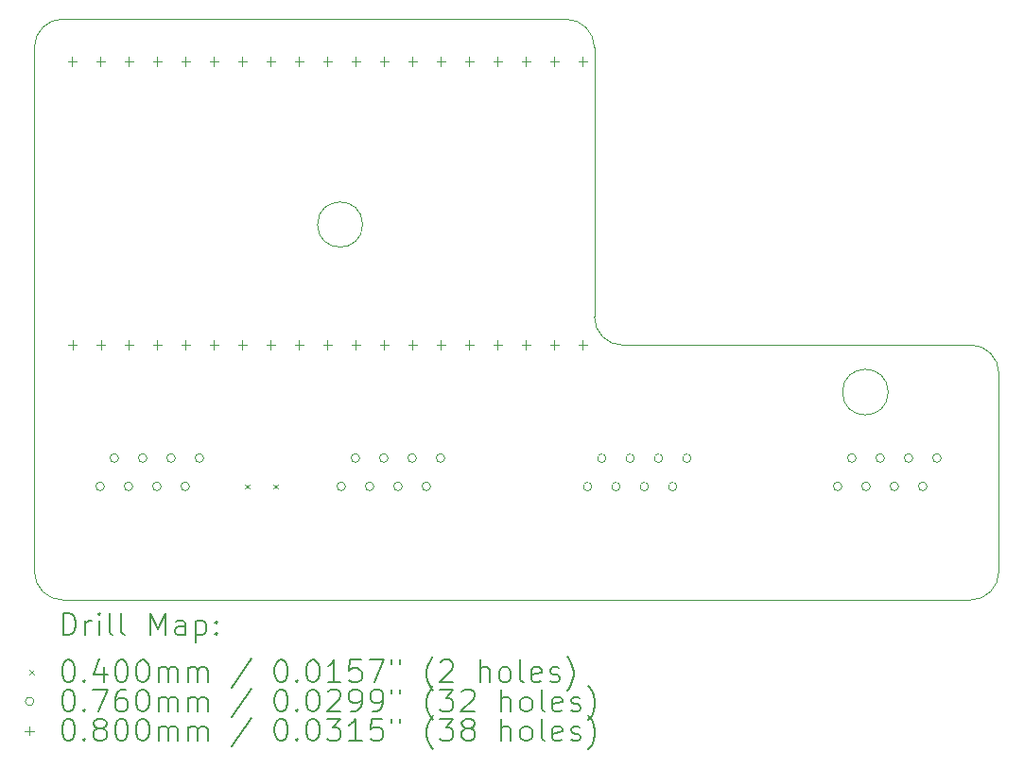
<source format=gbr>
%TF.GenerationSoftware,KiCad,Pcbnew,7.0.9*%
%TF.CreationDate,2023-12-13T16:36:29-05:00*%
%TF.ProjectId,Esp Controller,45737020-436f-46e7-9472-6f6c6c65722e,rev?*%
%TF.SameCoordinates,Original*%
%TF.FileFunction,Drillmap*%
%TF.FilePolarity,Positive*%
%FSLAX45Y45*%
G04 Gerber Fmt 4.5, Leading zero omitted, Abs format (unit mm)*
G04 Created by KiCad (PCBNEW 7.0.9) date 2023-12-13 16:36:29*
%MOMM*%
%LPD*%
G01*
G04 APERTURE LIST*
%ADD10C,0.100000*%
%ADD11C,0.200000*%
G04 APERTURE END LIST*
D10*
X17653000Y-10160000D02*
X9525000Y-10160000D01*
X17907000Y-8128000D02*
G75*
G03*
X17653000Y-7874000I-254000J0D01*
G01*
X16915553Y-8297000D02*
G75*
G03*
X16915553Y-8297000I-204553J0D01*
G01*
X14284605Y-5208395D02*
X14284605Y-7621395D01*
X12210040Y-6795000D02*
G75*
G03*
X12210040Y-6795000I-202040J0D01*
G01*
X9525000Y-4953000D02*
G75*
G03*
X9271000Y-5207000I0J-254000D01*
G01*
X14284605Y-5208395D02*
G75*
G03*
X14030605Y-4954395I-253995J5D01*
G01*
X14284605Y-7621395D02*
G75*
G03*
X14538605Y-7875395I253995J-5D01*
G01*
X9525000Y-4953000D02*
X14030605Y-4954395D01*
X9271000Y-5207000D02*
X9271000Y-9906000D01*
X17907000Y-9906000D02*
X17907000Y-8128000D01*
X17653000Y-10160000D02*
G75*
G03*
X17907000Y-9906000I0J254000D01*
G01*
X14538605Y-7875395D02*
X17653000Y-7874000D01*
X9271000Y-9906000D02*
G75*
G03*
X9525000Y-10160000I254000J0D01*
G01*
D11*
D10*
X11156000Y-9124000D02*
X11196000Y-9164000D01*
X11196000Y-9124000D02*
X11156000Y-9164000D01*
X11410000Y-9124000D02*
X11450000Y-9164000D01*
X11450000Y-9124000D02*
X11410000Y-9164000D01*
X9896750Y-9142000D02*
G75*
G03*
X9896750Y-9142000I-38000J0D01*
G01*
X10023750Y-8888000D02*
G75*
G03*
X10023750Y-8888000I-38000J0D01*
G01*
X10150750Y-9142000D02*
G75*
G03*
X10150750Y-9142000I-38000J0D01*
G01*
X10277750Y-8888000D02*
G75*
G03*
X10277750Y-8888000I-38000J0D01*
G01*
X10404750Y-9142000D02*
G75*
G03*
X10404750Y-9142000I-38000J0D01*
G01*
X10531750Y-8888000D02*
G75*
G03*
X10531750Y-8888000I-38000J0D01*
G01*
X10658750Y-9142000D02*
G75*
G03*
X10658750Y-9142000I-38000J0D01*
G01*
X10785750Y-8888000D02*
G75*
G03*
X10785750Y-8888000I-38000J0D01*
G01*
X12055750Y-9142000D02*
G75*
G03*
X12055750Y-9142000I-38000J0D01*
G01*
X12182750Y-8888000D02*
G75*
G03*
X12182750Y-8888000I-38000J0D01*
G01*
X12309750Y-9142000D02*
G75*
G03*
X12309750Y-9142000I-38000J0D01*
G01*
X12436750Y-8888000D02*
G75*
G03*
X12436750Y-8888000I-38000J0D01*
G01*
X12563750Y-9142000D02*
G75*
G03*
X12563750Y-9142000I-38000J0D01*
G01*
X12690750Y-8888000D02*
G75*
G03*
X12690750Y-8888000I-38000J0D01*
G01*
X12817750Y-9142000D02*
G75*
G03*
X12817750Y-9142000I-38000J0D01*
G01*
X12944750Y-8888000D02*
G75*
G03*
X12944750Y-8888000I-38000J0D01*
G01*
X14262000Y-9144000D02*
G75*
G03*
X14262000Y-9144000I-38000J0D01*
G01*
X14389000Y-8890000D02*
G75*
G03*
X14389000Y-8890000I-38000J0D01*
G01*
X14516000Y-9144000D02*
G75*
G03*
X14516000Y-9144000I-38000J0D01*
G01*
X14643000Y-8890000D02*
G75*
G03*
X14643000Y-8890000I-38000J0D01*
G01*
X14770000Y-9144000D02*
G75*
G03*
X14770000Y-9144000I-38000J0D01*
G01*
X14897000Y-8890000D02*
G75*
G03*
X14897000Y-8890000I-38000J0D01*
G01*
X15024000Y-9144000D02*
G75*
G03*
X15024000Y-9144000I-38000J0D01*
G01*
X15151000Y-8890000D02*
G75*
G03*
X15151000Y-8890000I-38000J0D01*
G01*
X16500750Y-9142000D02*
G75*
G03*
X16500750Y-9142000I-38000J0D01*
G01*
X16627750Y-8888000D02*
G75*
G03*
X16627750Y-8888000I-38000J0D01*
G01*
X16754750Y-9142000D02*
G75*
G03*
X16754750Y-9142000I-38000J0D01*
G01*
X16881750Y-8888000D02*
G75*
G03*
X16881750Y-8888000I-38000J0D01*
G01*
X17008750Y-9142000D02*
G75*
G03*
X17008750Y-9142000I-38000J0D01*
G01*
X17135750Y-8888000D02*
G75*
G03*
X17135750Y-8888000I-38000J0D01*
G01*
X17262750Y-9142000D02*
G75*
G03*
X17262750Y-9142000I-38000J0D01*
G01*
X17389750Y-8888000D02*
G75*
G03*
X17389750Y-8888000I-38000J0D01*
G01*
X9610344Y-5294000D02*
X9610344Y-5374000D01*
X9570344Y-5334000D02*
X9650344Y-5334000D01*
X9610616Y-7833632D02*
X9610616Y-7913632D01*
X9570616Y-7873632D02*
X9650616Y-7873632D01*
X9864344Y-5294000D02*
X9864344Y-5374000D01*
X9824344Y-5334000D02*
X9904344Y-5334000D01*
X9864616Y-7833632D02*
X9864616Y-7913632D01*
X9824616Y-7873632D02*
X9904616Y-7873632D01*
X10118344Y-5294000D02*
X10118344Y-5374000D01*
X10078344Y-5334000D02*
X10158344Y-5334000D01*
X10118344Y-7834000D02*
X10118344Y-7914000D01*
X10078344Y-7874000D02*
X10158344Y-7874000D01*
X10372344Y-5294000D02*
X10372344Y-5374000D01*
X10332344Y-5334000D02*
X10412344Y-5334000D01*
X10372344Y-7834000D02*
X10372344Y-7914000D01*
X10332344Y-7874000D02*
X10412344Y-7874000D01*
X10626344Y-5294000D02*
X10626344Y-5374000D01*
X10586344Y-5334000D02*
X10666344Y-5334000D01*
X10626344Y-7834000D02*
X10626344Y-7914000D01*
X10586344Y-7874000D02*
X10666344Y-7874000D01*
X10880344Y-5294000D02*
X10880344Y-5374000D01*
X10840344Y-5334000D02*
X10920344Y-5334000D01*
X10880344Y-7834000D02*
X10880344Y-7914000D01*
X10840344Y-7874000D02*
X10920344Y-7874000D01*
X11134344Y-5294000D02*
X11134344Y-5374000D01*
X11094344Y-5334000D02*
X11174344Y-5334000D01*
X11134344Y-7834000D02*
X11134344Y-7914000D01*
X11094344Y-7874000D02*
X11174344Y-7874000D01*
X11388344Y-5294000D02*
X11388344Y-5374000D01*
X11348344Y-5334000D02*
X11428344Y-5334000D01*
X11388344Y-7834000D02*
X11388344Y-7914000D01*
X11348344Y-7874000D02*
X11428344Y-7874000D01*
X11642344Y-5294000D02*
X11642344Y-5374000D01*
X11602344Y-5334000D02*
X11682344Y-5334000D01*
X11642344Y-7834000D02*
X11642344Y-7914000D01*
X11602344Y-7874000D02*
X11682344Y-7874000D01*
X11896344Y-5294000D02*
X11896344Y-5374000D01*
X11856344Y-5334000D02*
X11936344Y-5334000D01*
X11896344Y-7834000D02*
X11896344Y-7914000D01*
X11856344Y-7874000D02*
X11936344Y-7874000D01*
X12150344Y-5294000D02*
X12150344Y-5374000D01*
X12110344Y-5334000D02*
X12190344Y-5334000D01*
X12150344Y-7834000D02*
X12150344Y-7914000D01*
X12110344Y-7874000D02*
X12190344Y-7874000D01*
X12404344Y-5294000D02*
X12404344Y-5374000D01*
X12364344Y-5334000D02*
X12444344Y-5334000D01*
X12404344Y-7834000D02*
X12404344Y-7914000D01*
X12364344Y-7874000D02*
X12444344Y-7874000D01*
X12658344Y-5294000D02*
X12658344Y-5374000D01*
X12618344Y-5334000D02*
X12698344Y-5334000D01*
X12658344Y-7834000D02*
X12658344Y-7914000D01*
X12618344Y-7874000D02*
X12698344Y-7874000D01*
X12912344Y-5294000D02*
X12912344Y-5374000D01*
X12872344Y-5334000D02*
X12952344Y-5334000D01*
X12912344Y-7834000D02*
X12912344Y-7914000D01*
X12872344Y-7874000D02*
X12952344Y-7874000D01*
X13166344Y-5294000D02*
X13166344Y-5374000D01*
X13126344Y-5334000D02*
X13206344Y-5334000D01*
X13166344Y-7834000D02*
X13166344Y-7914000D01*
X13126344Y-7874000D02*
X13206344Y-7874000D01*
X13420344Y-5294000D02*
X13420344Y-5374000D01*
X13380344Y-5334000D02*
X13460344Y-5334000D01*
X13420344Y-7834000D02*
X13420344Y-7914000D01*
X13380344Y-7874000D02*
X13460344Y-7874000D01*
X13674344Y-5294000D02*
X13674344Y-5374000D01*
X13634344Y-5334000D02*
X13714344Y-5334000D01*
X13674344Y-7834000D02*
X13674344Y-7914000D01*
X13634344Y-7874000D02*
X13714344Y-7874000D01*
X13928344Y-5294000D02*
X13928344Y-5374000D01*
X13888344Y-5334000D02*
X13968344Y-5334000D01*
X13928344Y-7834000D02*
X13928344Y-7914000D01*
X13888344Y-7874000D02*
X13968344Y-7874000D01*
X14182344Y-5294000D02*
X14182344Y-5374000D01*
X14142344Y-5334000D02*
X14222344Y-5334000D01*
X14182344Y-7834000D02*
X14182344Y-7914000D01*
X14142344Y-7874000D02*
X14222344Y-7874000D01*
D11*
X9526777Y-10476484D02*
X9526777Y-10276484D01*
X9526777Y-10276484D02*
X9574396Y-10276484D01*
X9574396Y-10276484D02*
X9602967Y-10286008D01*
X9602967Y-10286008D02*
X9622015Y-10305055D01*
X9622015Y-10305055D02*
X9631539Y-10324103D01*
X9631539Y-10324103D02*
X9641063Y-10362198D01*
X9641063Y-10362198D02*
X9641063Y-10390770D01*
X9641063Y-10390770D02*
X9631539Y-10428865D01*
X9631539Y-10428865D02*
X9622015Y-10447912D01*
X9622015Y-10447912D02*
X9602967Y-10466960D01*
X9602967Y-10466960D02*
X9574396Y-10476484D01*
X9574396Y-10476484D02*
X9526777Y-10476484D01*
X9726777Y-10476484D02*
X9726777Y-10343150D01*
X9726777Y-10381246D02*
X9736301Y-10362198D01*
X9736301Y-10362198D02*
X9745824Y-10352674D01*
X9745824Y-10352674D02*
X9764872Y-10343150D01*
X9764872Y-10343150D02*
X9783920Y-10343150D01*
X9850586Y-10476484D02*
X9850586Y-10343150D01*
X9850586Y-10276484D02*
X9841063Y-10286008D01*
X9841063Y-10286008D02*
X9850586Y-10295531D01*
X9850586Y-10295531D02*
X9860110Y-10286008D01*
X9860110Y-10286008D02*
X9850586Y-10276484D01*
X9850586Y-10276484D02*
X9850586Y-10295531D01*
X9974396Y-10476484D02*
X9955348Y-10466960D01*
X9955348Y-10466960D02*
X9945824Y-10447912D01*
X9945824Y-10447912D02*
X9945824Y-10276484D01*
X10079158Y-10476484D02*
X10060110Y-10466960D01*
X10060110Y-10466960D02*
X10050586Y-10447912D01*
X10050586Y-10447912D02*
X10050586Y-10276484D01*
X10307729Y-10476484D02*
X10307729Y-10276484D01*
X10307729Y-10276484D02*
X10374396Y-10419341D01*
X10374396Y-10419341D02*
X10441063Y-10276484D01*
X10441063Y-10276484D02*
X10441063Y-10476484D01*
X10622015Y-10476484D02*
X10622015Y-10371722D01*
X10622015Y-10371722D02*
X10612491Y-10352674D01*
X10612491Y-10352674D02*
X10593444Y-10343150D01*
X10593444Y-10343150D02*
X10555348Y-10343150D01*
X10555348Y-10343150D02*
X10536301Y-10352674D01*
X10622015Y-10466960D02*
X10602967Y-10476484D01*
X10602967Y-10476484D02*
X10555348Y-10476484D01*
X10555348Y-10476484D02*
X10536301Y-10466960D01*
X10536301Y-10466960D02*
X10526777Y-10447912D01*
X10526777Y-10447912D02*
X10526777Y-10428865D01*
X10526777Y-10428865D02*
X10536301Y-10409817D01*
X10536301Y-10409817D02*
X10555348Y-10400293D01*
X10555348Y-10400293D02*
X10602967Y-10400293D01*
X10602967Y-10400293D02*
X10622015Y-10390770D01*
X10717253Y-10343150D02*
X10717253Y-10543150D01*
X10717253Y-10352674D02*
X10736301Y-10343150D01*
X10736301Y-10343150D02*
X10774396Y-10343150D01*
X10774396Y-10343150D02*
X10793444Y-10352674D01*
X10793444Y-10352674D02*
X10802967Y-10362198D01*
X10802967Y-10362198D02*
X10812491Y-10381246D01*
X10812491Y-10381246D02*
X10812491Y-10438389D01*
X10812491Y-10438389D02*
X10802967Y-10457436D01*
X10802967Y-10457436D02*
X10793444Y-10466960D01*
X10793444Y-10466960D02*
X10774396Y-10476484D01*
X10774396Y-10476484D02*
X10736301Y-10476484D01*
X10736301Y-10476484D02*
X10717253Y-10466960D01*
X10898205Y-10457436D02*
X10907729Y-10466960D01*
X10907729Y-10466960D02*
X10898205Y-10476484D01*
X10898205Y-10476484D02*
X10888682Y-10466960D01*
X10888682Y-10466960D02*
X10898205Y-10457436D01*
X10898205Y-10457436D02*
X10898205Y-10476484D01*
X10898205Y-10352674D02*
X10907729Y-10362198D01*
X10907729Y-10362198D02*
X10898205Y-10371722D01*
X10898205Y-10371722D02*
X10888682Y-10362198D01*
X10888682Y-10362198D02*
X10898205Y-10352674D01*
X10898205Y-10352674D02*
X10898205Y-10371722D01*
D10*
X9226000Y-10785000D02*
X9266000Y-10825000D01*
X9266000Y-10785000D02*
X9226000Y-10825000D01*
D11*
X9564872Y-10696484D02*
X9583920Y-10696484D01*
X9583920Y-10696484D02*
X9602967Y-10706008D01*
X9602967Y-10706008D02*
X9612491Y-10715531D01*
X9612491Y-10715531D02*
X9622015Y-10734579D01*
X9622015Y-10734579D02*
X9631539Y-10772674D01*
X9631539Y-10772674D02*
X9631539Y-10820293D01*
X9631539Y-10820293D02*
X9622015Y-10858389D01*
X9622015Y-10858389D02*
X9612491Y-10877436D01*
X9612491Y-10877436D02*
X9602967Y-10886960D01*
X9602967Y-10886960D02*
X9583920Y-10896484D01*
X9583920Y-10896484D02*
X9564872Y-10896484D01*
X9564872Y-10896484D02*
X9545824Y-10886960D01*
X9545824Y-10886960D02*
X9536301Y-10877436D01*
X9536301Y-10877436D02*
X9526777Y-10858389D01*
X9526777Y-10858389D02*
X9517253Y-10820293D01*
X9517253Y-10820293D02*
X9517253Y-10772674D01*
X9517253Y-10772674D02*
X9526777Y-10734579D01*
X9526777Y-10734579D02*
X9536301Y-10715531D01*
X9536301Y-10715531D02*
X9545824Y-10706008D01*
X9545824Y-10706008D02*
X9564872Y-10696484D01*
X9717253Y-10877436D02*
X9726777Y-10886960D01*
X9726777Y-10886960D02*
X9717253Y-10896484D01*
X9717253Y-10896484D02*
X9707729Y-10886960D01*
X9707729Y-10886960D02*
X9717253Y-10877436D01*
X9717253Y-10877436D02*
X9717253Y-10896484D01*
X9898205Y-10763150D02*
X9898205Y-10896484D01*
X9850586Y-10686960D02*
X9802967Y-10829817D01*
X9802967Y-10829817D02*
X9926777Y-10829817D01*
X10041063Y-10696484D02*
X10060110Y-10696484D01*
X10060110Y-10696484D02*
X10079158Y-10706008D01*
X10079158Y-10706008D02*
X10088682Y-10715531D01*
X10088682Y-10715531D02*
X10098205Y-10734579D01*
X10098205Y-10734579D02*
X10107729Y-10772674D01*
X10107729Y-10772674D02*
X10107729Y-10820293D01*
X10107729Y-10820293D02*
X10098205Y-10858389D01*
X10098205Y-10858389D02*
X10088682Y-10877436D01*
X10088682Y-10877436D02*
X10079158Y-10886960D01*
X10079158Y-10886960D02*
X10060110Y-10896484D01*
X10060110Y-10896484D02*
X10041063Y-10896484D01*
X10041063Y-10896484D02*
X10022015Y-10886960D01*
X10022015Y-10886960D02*
X10012491Y-10877436D01*
X10012491Y-10877436D02*
X10002967Y-10858389D01*
X10002967Y-10858389D02*
X9993444Y-10820293D01*
X9993444Y-10820293D02*
X9993444Y-10772674D01*
X9993444Y-10772674D02*
X10002967Y-10734579D01*
X10002967Y-10734579D02*
X10012491Y-10715531D01*
X10012491Y-10715531D02*
X10022015Y-10706008D01*
X10022015Y-10706008D02*
X10041063Y-10696484D01*
X10231539Y-10696484D02*
X10250586Y-10696484D01*
X10250586Y-10696484D02*
X10269634Y-10706008D01*
X10269634Y-10706008D02*
X10279158Y-10715531D01*
X10279158Y-10715531D02*
X10288682Y-10734579D01*
X10288682Y-10734579D02*
X10298205Y-10772674D01*
X10298205Y-10772674D02*
X10298205Y-10820293D01*
X10298205Y-10820293D02*
X10288682Y-10858389D01*
X10288682Y-10858389D02*
X10279158Y-10877436D01*
X10279158Y-10877436D02*
X10269634Y-10886960D01*
X10269634Y-10886960D02*
X10250586Y-10896484D01*
X10250586Y-10896484D02*
X10231539Y-10896484D01*
X10231539Y-10896484D02*
X10212491Y-10886960D01*
X10212491Y-10886960D02*
X10202967Y-10877436D01*
X10202967Y-10877436D02*
X10193444Y-10858389D01*
X10193444Y-10858389D02*
X10183920Y-10820293D01*
X10183920Y-10820293D02*
X10183920Y-10772674D01*
X10183920Y-10772674D02*
X10193444Y-10734579D01*
X10193444Y-10734579D02*
X10202967Y-10715531D01*
X10202967Y-10715531D02*
X10212491Y-10706008D01*
X10212491Y-10706008D02*
X10231539Y-10696484D01*
X10383920Y-10896484D02*
X10383920Y-10763150D01*
X10383920Y-10782198D02*
X10393444Y-10772674D01*
X10393444Y-10772674D02*
X10412491Y-10763150D01*
X10412491Y-10763150D02*
X10441063Y-10763150D01*
X10441063Y-10763150D02*
X10460110Y-10772674D01*
X10460110Y-10772674D02*
X10469634Y-10791722D01*
X10469634Y-10791722D02*
X10469634Y-10896484D01*
X10469634Y-10791722D02*
X10479158Y-10772674D01*
X10479158Y-10772674D02*
X10498205Y-10763150D01*
X10498205Y-10763150D02*
X10526777Y-10763150D01*
X10526777Y-10763150D02*
X10545825Y-10772674D01*
X10545825Y-10772674D02*
X10555348Y-10791722D01*
X10555348Y-10791722D02*
X10555348Y-10896484D01*
X10650586Y-10896484D02*
X10650586Y-10763150D01*
X10650586Y-10782198D02*
X10660110Y-10772674D01*
X10660110Y-10772674D02*
X10679158Y-10763150D01*
X10679158Y-10763150D02*
X10707729Y-10763150D01*
X10707729Y-10763150D02*
X10726777Y-10772674D01*
X10726777Y-10772674D02*
X10736301Y-10791722D01*
X10736301Y-10791722D02*
X10736301Y-10896484D01*
X10736301Y-10791722D02*
X10745825Y-10772674D01*
X10745825Y-10772674D02*
X10764872Y-10763150D01*
X10764872Y-10763150D02*
X10793444Y-10763150D01*
X10793444Y-10763150D02*
X10812491Y-10772674D01*
X10812491Y-10772674D02*
X10822015Y-10791722D01*
X10822015Y-10791722D02*
X10822015Y-10896484D01*
X11212491Y-10686960D02*
X11041063Y-10944103D01*
X11469634Y-10696484D02*
X11488682Y-10696484D01*
X11488682Y-10696484D02*
X11507729Y-10706008D01*
X11507729Y-10706008D02*
X11517253Y-10715531D01*
X11517253Y-10715531D02*
X11526777Y-10734579D01*
X11526777Y-10734579D02*
X11536301Y-10772674D01*
X11536301Y-10772674D02*
X11536301Y-10820293D01*
X11536301Y-10820293D02*
X11526777Y-10858389D01*
X11526777Y-10858389D02*
X11517253Y-10877436D01*
X11517253Y-10877436D02*
X11507729Y-10886960D01*
X11507729Y-10886960D02*
X11488682Y-10896484D01*
X11488682Y-10896484D02*
X11469634Y-10896484D01*
X11469634Y-10896484D02*
X11450586Y-10886960D01*
X11450586Y-10886960D02*
X11441063Y-10877436D01*
X11441063Y-10877436D02*
X11431539Y-10858389D01*
X11431539Y-10858389D02*
X11422015Y-10820293D01*
X11422015Y-10820293D02*
X11422015Y-10772674D01*
X11422015Y-10772674D02*
X11431539Y-10734579D01*
X11431539Y-10734579D02*
X11441063Y-10715531D01*
X11441063Y-10715531D02*
X11450586Y-10706008D01*
X11450586Y-10706008D02*
X11469634Y-10696484D01*
X11622015Y-10877436D02*
X11631539Y-10886960D01*
X11631539Y-10886960D02*
X11622015Y-10896484D01*
X11622015Y-10896484D02*
X11612491Y-10886960D01*
X11612491Y-10886960D02*
X11622015Y-10877436D01*
X11622015Y-10877436D02*
X11622015Y-10896484D01*
X11755348Y-10696484D02*
X11774396Y-10696484D01*
X11774396Y-10696484D02*
X11793444Y-10706008D01*
X11793444Y-10706008D02*
X11802967Y-10715531D01*
X11802967Y-10715531D02*
X11812491Y-10734579D01*
X11812491Y-10734579D02*
X11822015Y-10772674D01*
X11822015Y-10772674D02*
X11822015Y-10820293D01*
X11822015Y-10820293D02*
X11812491Y-10858389D01*
X11812491Y-10858389D02*
X11802967Y-10877436D01*
X11802967Y-10877436D02*
X11793444Y-10886960D01*
X11793444Y-10886960D02*
X11774396Y-10896484D01*
X11774396Y-10896484D02*
X11755348Y-10896484D01*
X11755348Y-10896484D02*
X11736301Y-10886960D01*
X11736301Y-10886960D02*
X11726777Y-10877436D01*
X11726777Y-10877436D02*
X11717253Y-10858389D01*
X11717253Y-10858389D02*
X11707729Y-10820293D01*
X11707729Y-10820293D02*
X11707729Y-10772674D01*
X11707729Y-10772674D02*
X11717253Y-10734579D01*
X11717253Y-10734579D02*
X11726777Y-10715531D01*
X11726777Y-10715531D02*
X11736301Y-10706008D01*
X11736301Y-10706008D02*
X11755348Y-10696484D01*
X12012491Y-10896484D02*
X11898206Y-10896484D01*
X11955348Y-10896484D02*
X11955348Y-10696484D01*
X11955348Y-10696484D02*
X11936301Y-10725055D01*
X11936301Y-10725055D02*
X11917253Y-10744103D01*
X11917253Y-10744103D02*
X11898206Y-10753627D01*
X12193444Y-10696484D02*
X12098206Y-10696484D01*
X12098206Y-10696484D02*
X12088682Y-10791722D01*
X12088682Y-10791722D02*
X12098206Y-10782198D01*
X12098206Y-10782198D02*
X12117253Y-10772674D01*
X12117253Y-10772674D02*
X12164872Y-10772674D01*
X12164872Y-10772674D02*
X12183920Y-10782198D01*
X12183920Y-10782198D02*
X12193444Y-10791722D01*
X12193444Y-10791722D02*
X12202967Y-10810770D01*
X12202967Y-10810770D02*
X12202967Y-10858389D01*
X12202967Y-10858389D02*
X12193444Y-10877436D01*
X12193444Y-10877436D02*
X12183920Y-10886960D01*
X12183920Y-10886960D02*
X12164872Y-10896484D01*
X12164872Y-10896484D02*
X12117253Y-10896484D01*
X12117253Y-10896484D02*
X12098206Y-10886960D01*
X12098206Y-10886960D02*
X12088682Y-10877436D01*
X12269634Y-10696484D02*
X12402967Y-10696484D01*
X12402967Y-10696484D02*
X12317253Y-10896484D01*
X12469634Y-10696484D02*
X12469634Y-10734579D01*
X12545825Y-10696484D02*
X12545825Y-10734579D01*
X12841063Y-10972674D02*
X12831539Y-10963150D01*
X12831539Y-10963150D02*
X12812491Y-10934579D01*
X12812491Y-10934579D02*
X12802968Y-10915531D01*
X12802968Y-10915531D02*
X12793444Y-10886960D01*
X12793444Y-10886960D02*
X12783920Y-10839341D01*
X12783920Y-10839341D02*
X12783920Y-10801246D01*
X12783920Y-10801246D02*
X12793444Y-10753627D01*
X12793444Y-10753627D02*
X12802968Y-10725055D01*
X12802968Y-10725055D02*
X12812491Y-10706008D01*
X12812491Y-10706008D02*
X12831539Y-10677436D01*
X12831539Y-10677436D02*
X12841063Y-10667912D01*
X12907729Y-10715531D02*
X12917253Y-10706008D01*
X12917253Y-10706008D02*
X12936301Y-10696484D01*
X12936301Y-10696484D02*
X12983920Y-10696484D01*
X12983920Y-10696484D02*
X13002968Y-10706008D01*
X13002968Y-10706008D02*
X13012491Y-10715531D01*
X13012491Y-10715531D02*
X13022015Y-10734579D01*
X13022015Y-10734579D02*
X13022015Y-10753627D01*
X13022015Y-10753627D02*
X13012491Y-10782198D01*
X13012491Y-10782198D02*
X12898206Y-10896484D01*
X12898206Y-10896484D02*
X13022015Y-10896484D01*
X13260110Y-10896484D02*
X13260110Y-10696484D01*
X13345825Y-10896484D02*
X13345825Y-10791722D01*
X13345825Y-10791722D02*
X13336301Y-10772674D01*
X13336301Y-10772674D02*
X13317253Y-10763150D01*
X13317253Y-10763150D02*
X13288682Y-10763150D01*
X13288682Y-10763150D02*
X13269634Y-10772674D01*
X13269634Y-10772674D02*
X13260110Y-10782198D01*
X13469634Y-10896484D02*
X13450587Y-10886960D01*
X13450587Y-10886960D02*
X13441063Y-10877436D01*
X13441063Y-10877436D02*
X13431539Y-10858389D01*
X13431539Y-10858389D02*
X13431539Y-10801246D01*
X13431539Y-10801246D02*
X13441063Y-10782198D01*
X13441063Y-10782198D02*
X13450587Y-10772674D01*
X13450587Y-10772674D02*
X13469634Y-10763150D01*
X13469634Y-10763150D02*
X13498206Y-10763150D01*
X13498206Y-10763150D02*
X13517253Y-10772674D01*
X13517253Y-10772674D02*
X13526777Y-10782198D01*
X13526777Y-10782198D02*
X13536301Y-10801246D01*
X13536301Y-10801246D02*
X13536301Y-10858389D01*
X13536301Y-10858389D02*
X13526777Y-10877436D01*
X13526777Y-10877436D02*
X13517253Y-10886960D01*
X13517253Y-10886960D02*
X13498206Y-10896484D01*
X13498206Y-10896484D02*
X13469634Y-10896484D01*
X13650587Y-10896484D02*
X13631539Y-10886960D01*
X13631539Y-10886960D02*
X13622015Y-10867912D01*
X13622015Y-10867912D02*
X13622015Y-10696484D01*
X13802968Y-10886960D02*
X13783920Y-10896484D01*
X13783920Y-10896484D02*
X13745825Y-10896484D01*
X13745825Y-10896484D02*
X13726777Y-10886960D01*
X13726777Y-10886960D02*
X13717253Y-10867912D01*
X13717253Y-10867912D02*
X13717253Y-10791722D01*
X13717253Y-10791722D02*
X13726777Y-10772674D01*
X13726777Y-10772674D02*
X13745825Y-10763150D01*
X13745825Y-10763150D02*
X13783920Y-10763150D01*
X13783920Y-10763150D02*
X13802968Y-10772674D01*
X13802968Y-10772674D02*
X13812491Y-10791722D01*
X13812491Y-10791722D02*
X13812491Y-10810770D01*
X13812491Y-10810770D02*
X13717253Y-10829817D01*
X13888682Y-10886960D02*
X13907730Y-10896484D01*
X13907730Y-10896484D02*
X13945825Y-10896484D01*
X13945825Y-10896484D02*
X13964872Y-10886960D01*
X13964872Y-10886960D02*
X13974396Y-10867912D01*
X13974396Y-10867912D02*
X13974396Y-10858389D01*
X13974396Y-10858389D02*
X13964872Y-10839341D01*
X13964872Y-10839341D02*
X13945825Y-10829817D01*
X13945825Y-10829817D02*
X13917253Y-10829817D01*
X13917253Y-10829817D02*
X13898206Y-10820293D01*
X13898206Y-10820293D02*
X13888682Y-10801246D01*
X13888682Y-10801246D02*
X13888682Y-10791722D01*
X13888682Y-10791722D02*
X13898206Y-10772674D01*
X13898206Y-10772674D02*
X13917253Y-10763150D01*
X13917253Y-10763150D02*
X13945825Y-10763150D01*
X13945825Y-10763150D02*
X13964872Y-10772674D01*
X14041063Y-10972674D02*
X14050587Y-10963150D01*
X14050587Y-10963150D02*
X14069634Y-10934579D01*
X14069634Y-10934579D02*
X14079158Y-10915531D01*
X14079158Y-10915531D02*
X14088682Y-10886960D01*
X14088682Y-10886960D02*
X14098206Y-10839341D01*
X14098206Y-10839341D02*
X14098206Y-10801246D01*
X14098206Y-10801246D02*
X14088682Y-10753627D01*
X14088682Y-10753627D02*
X14079158Y-10725055D01*
X14079158Y-10725055D02*
X14069634Y-10706008D01*
X14069634Y-10706008D02*
X14050587Y-10677436D01*
X14050587Y-10677436D02*
X14041063Y-10667912D01*
D10*
X9266000Y-11069000D02*
G75*
G03*
X9266000Y-11069000I-38000J0D01*
G01*
D11*
X9564872Y-10960484D02*
X9583920Y-10960484D01*
X9583920Y-10960484D02*
X9602967Y-10970008D01*
X9602967Y-10970008D02*
X9612491Y-10979531D01*
X9612491Y-10979531D02*
X9622015Y-10998579D01*
X9622015Y-10998579D02*
X9631539Y-11036674D01*
X9631539Y-11036674D02*
X9631539Y-11084293D01*
X9631539Y-11084293D02*
X9622015Y-11122389D01*
X9622015Y-11122389D02*
X9612491Y-11141436D01*
X9612491Y-11141436D02*
X9602967Y-11150960D01*
X9602967Y-11150960D02*
X9583920Y-11160484D01*
X9583920Y-11160484D02*
X9564872Y-11160484D01*
X9564872Y-11160484D02*
X9545824Y-11150960D01*
X9545824Y-11150960D02*
X9536301Y-11141436D01*
X9536301Y-11141436D02*
X9526777Y-11122389D01*
X9526777Y-11122389D02*
X9517253Y-11084293D01*
X9517253Y-11084293D02*
X9517253Y-11036674D01*
X9517253Y-11036674D02*
X9526777Y-10998579D01*
X9526777Y-10998579D02*
X9536301Y-10979531D01*
X9536301Y-10979531D02*
X9545824Y-10970008D01*
X9545824Y-10970008D02*
X9564872Y-10960484D01*
X9717253Y-11141436D02*
X9726777Y-11150960D01*
X9726777Y-11150960D02*
X9717253Y-11160484D01*
X9717253Y-11160484D02*
X9707729Y-11150960D01*
X9707729Y-11150960D02*
X9717253Y-11141436D01*
X9717253Y-11141436D02*
X9717253Y-11160484D01*
X9793444Y-10960484D02*
X9926777Y-10960484D01*
X9926777Y-10960484D02*
X9841063Y-11160484D01*
X10088682Y-10960484D02*
X10050586Y-10960484D01*
X10050586Y-10960484D02*
X10031539Y-10970008D01*
X10031539Y-10970008D02*
X10022015Y-10979531D01*
X10022015Y-10979531D02*
X10002967Y-11008103D01*
X10002967Y-11008103D02*
X9993444Y-11046198D01*
X9993444Y-11046198D02*
X9993444Y-11122389D01*
X9993444Y-11122389D02*
X10002967Y-11141436D01*
X10002967Y-11141436D02*
X10012491Y-11150960D01*
X10012491Y-11150960D02*
X10031539Y-11160484D01*
X10031539Y-11160484D02*
X10069634Y-11160484D01*
X10069634Y-11160484D02*
X10088682Y-11150960D01*
X10088682Y-11150960D02*
X10098205Y-11141436D01*
X10098205Y-11141436D02*
X10107729Y-11122389D01*
X10107729Y-11122389D02*
X10107729Y-11074770D01*
X10107729Y-11074770D02*
X10098205Y-11055722D01*
X10098205Y-11055722D02*
X10088682Y-11046198D01*
X10088682Y-11046198D02*
X10069634Y-11036674D01*
X10069634Y-11036674D02*
X10031539Y-11036674D01*
X10031539Y-11036674D02*
X10012491Y-11046198D01*
X10012491Y-11046198D02*
X10002967Y-11055722D01*
X10002967Y-11055722D02*
X9993444Y-11074770D01*
X10231539Y-10960484D02*
X10250586Y-10960484D01*
X10250586Y-10960484D02*
X10269634Y-10970008D01*
X10269634Y-10970008D02*
X10279158Y-10979531D01*
X10279158Y-10979531D02*
X10288682Y-10998579D01*
X10288682Y-10998579D02*
X10298205Y-11036674D01*
X10298205Y-11036674D02*
X10298205Y-11084293D01*
X10298205Y-11084293D02*
X10288682Y-11122389D01*
X10288682Y-11122389D02*
X10279158Y-11141436D01*
X10279158Y-11141436D02*
X10269634Y-11150960D01*
X10269634Y-11150960D02*
X10250586Y-11160484D01*
X10250586Y-11160484D02*
X10231539Y-11160484D01*
X10231539Y-11160484D02*
X10212491Y-11150960D01*
X10212491Y-11150960D02*
X10202967Y-11141436D01*
X10202967Y-11141436D02*
X10193444Y-11122389D01*
X10193444Y-11122389D02*
X10183920Y-11084293D01*
X10183920Y-11084293D02*
X10183920Y-11036674D01*
X10183920Y-11036674D02*
X10193444Y-10998579D01*
X10193444Y-10998579D02*
X10202967Y-10979531D01*
X10202967Y-10979531D02*
X10212491Y-10970008D01*
X10212491Y-10970008D02*
X10231539Y-10960484D01*
X10383920Y-11160484D02*
X10383920Y-11027150D01*
X10383920Y-11046198D02*
X10393444Y-11036674D01*
X10393444Y-11036674D02*
X10412491Y-11027150D01*
X10412491Y-11027150D02*
X10441063Y-11027150D01*
X10441063Y-11027150D02*
X10460110Y-11036674D01*
X10460110Y-11036674D02*
X10469634Y-11055722D01*
X10469634Y-11055722D02*
X10469634Y-11160484D01*
X10469634Y-11055722D02*
X10479158Y-11036674D01*
X10479158Y-11036674D02*
X10498205Y-11027150D01*
X10498205Y-11027150D02*
X10526777Y-11027150D01*
X10526777Y-11027150D02*
X10545825Y-11036674D01*
X10545825Y-11036674D02*
X10555348Y-11055722D01*
X10555348Y-11055722D02*
X10555348Y-11160484D01*
X10650586Y-11160484D02*
X10650586Y-11027150D01*
X10650586Y-11046198D02*
X10660110Y-11036674D01*
X10660110Y-11036674D02*
X10679158Y-11027150D01*
X10679158Y-11027150D02*
X10707729Y-11027150D01*
X10707729Y-11027150D02*
X10726777Y-11036674D01*
X10726777Y-11036674D02*
X10736301Y-11055722D01*
X10736301Y-11055722D02*
X10736301Y-11160484D01*
X10736301Y-11055722D02*
X10745825Y-11036674D01*
X10745825Y-11036674D02*
X10764872Y-11027150D01*
X10764872Y-11027150D02*
X10793444Y-11027150D01*
X10793444Y-11027150D02*
X10812491Y-11036674D01*
X10812491Y-11036674D02*
X10822015Y-11055722D01*
X10822015Y-11055722D02*
X10822015Y-11160484D01*
X11212491Y-10950960D02*
X11041063Y-11208103D01*
X11469634Y-10960484D02*
X11488682Y-10960484D01*
X11488682Y-10960484D02*
X11507729Y-10970008D01*
X11507729Y-10970008D02*
X11517253Y-10979531D01*
X11517253Y-10979531D02*
X11526777Y-10998579D01*
X11526777Y-10998579D02*
X11536301Y-11036674D01*
X11536301Y-11036674D02*
X11536301Y-11084293D01*
X11536301Y-11084293D02*
X11526777Y-11122389D01*
X11526777Y-11122389D02*
X11517253Y-11141436D01*
X11517253Y-11141436D02*
X11507729Y-11150960D01*
X11507729Y-11150960D02*
X11488682Y-11160484D01*
X11488682Y-11160484D02*
X11469634Y-11160484D01*
X11469634Y-11160484D02*
X11450586Y-11150960D01*
X11450586Y-11150960D02*
X11441063Y-11141436D01*
X11441063Y-11141436D02*
X11431539Y-11122389D01*
X11431539Y-11122389D02*
X11422015Y-11084293D01*
X11422015Y-11084293D02*
X11422015Y-11036674D01*
X11422015Y-11036674D02*
X11431539Y-10998579D01*
X11431539Y-10998579D02*
X11441063Y-10979531D01*
X11441063Y-10979531D02*
X11450586Y-10970008D01*
X11450586Y-10970008D02*
X11469634Y-10960484D01*
X11622015Y-11141436D02*
X11631539Y-11150960D01*
X11631539Y-11150960D02*
X11622015Y-11160484D01*
X11622015Y-11160484D02*
X11612491Y-11150960D01*
X11612491Y-11150960D02*
X11622015Y-11141436D01*
X11622015Y-11141436D02*
X11622015Y-11160484D01*
X11755348Y-10960484D02*
X11774396Y-10960484D01*
X11774396Y-10960484D02*
X11793444Y-10970008D01*
X11793444Y-10970008D02*
X11802967Y-10979531D01*
X11802967Y-10979531D02*
X11812491Y-10998579D01*
X11812491Y-10998579D02*
X11822015Y-11036674D01*
X11822015Y-11036674D02*
X11822015Y-11084293D01*
X11822015Y-11084293D02*
X11812491Y-11122389D01*
X11812491Y-11122389D02*
X11802967Y-11141436D01*
X11802967Y-11141436D02*
X11793444Y-11150960D01*
X11793444Y-11150960D02*
X11774396Y-11160484D01*
X11774396Y-11160484D02*
X11755348Y-11160484D01*
X11755348Y-11160484D02*
X11736301Y-11150960D01*
X11736301Y-11150960D02*
X11726777Y-11141436D01*
X11726777Y-11141436D02*
X11717253Y-11122389D01*
X11717253Y-11122389D02*
X11707729Y-11084293D01*
X11707729Y-11084293D02*
X11707729Y-11036674D01*
X11707729Y-11036674D02*
X11717253Y-10998579D01*
X11717253Y-10998579D02*
X11726777Y-10979531D01*
X11726777Y-10979531D02*
X11736301Y-10970008D01*
X11736301Y-10970008D02*
X11755348Y-10960484D01*
X11898206Y-10979531D02*
X11907729Y-10970008D01*
X11907729Y-10970008D02*
X11926777Y-10960484D01*
X11926777Y-10960484D02*
X11974396Y-10960484D01*
X11974396Y-10960484D02*
X11993444Y-10970008D01*
X11993444Y-10970008D02*
X12002967Y-10979531D01*
X12002967Y-10979531D02*
X12012491Y-10998579D01*
X12012491Y-10998579D02*
X12012491Y-11017627D01*
X12012491Y-11017627D02*
X12002967Y-11046198D01*
X12002967Y-11046198D02*
X11888682Y-11160484D01*
X11888682Y-11160484D02*
X12012491Y-11160484D01*
X12107729Y-11160484D02*
X12145825Y-11160484D01*
X12145825Y-11160484D02*
X12164872Y-11150960D01*
X12164872Y-11150960D02*
X12174396Y-11141436D01*
X12174396Y-11141436D02*
X12193444Y-11112865D01*
X12193444Y-11112865D02*
X12202967Y-11074770D01*
X12202967Y-11074770D02*
X12202967Y-10998579D01*
X12202967Y-10998579D02*
X12193444Y-10979531D01*
X12193444Y-10979531D02*
X12183920Y-10970008D01*
X12183920Y-10970008D02*
X12164872Y-10960484D01*
X12164872Y-10960484D02*
X12126777Y-10960484D01*
X12126777Y-10960484D02*
X12107729Y-10970008D01*
X12107729Y-10970008D02*
X12098206Y-10979531D01*
X12098206Y-10979531D02*
X12088682Y-10998579D01*
X12088682Y-10998579D02*
X12088682Y-11046198D01*
X12088682Y-11046198D02*
X12098206Y-11065246D01*
X12098206Y-11065246D02*
X12107729Y-11074770D01*
X12107729Y-11074770D02*
X12126777Y-11084293D01*
X12126777Y-11084293D02*
X12164872Y-11084293D01*
X12164872Y-11084293D02*
X12183920Y-11074770D01*
X12183920Y-11074770D02*
X12193444Y-11065246D01*
X12193444Y-11065246D02*
X12202967Y-11046198D01*
X12298206Y-11160484D02*
X12336301Y-11160484D01*
X12336301Y-11160484D02*
X12355348Y-11150960D01*
X12355348Y-11150960D02*
X12364872Y-11141436D01*
X12364872Y-11141436D02*
X12383920Y-11112865D01*
X12383920Y-11112865D02*
X12393444Y-11074770D01*
X12393444Y-11074770D02*
X12393444Y-10998579D01*
X12393444Y-10998579D02*
X12383920Y-10979531D01*
X12383920Y-10979531D02*
X12374396Y-10970008D01*
X12374396Y-10970008D02*
X12355348Y-10960484D01*
X12355348Y-10960484D02*
X12317253Y-10960484D01*
X12317253Y-10960484D02*
X12298206Y-10970008D01*
X12298206Y-10970008D02*
X12288682Y-10979531D01*
X12288682Y-10979531D02*
X12279158Y-10998579D01*
X12279158Y-10998579D02*
X12279158Y-11046198D01*
X12279158Y-11046198D02*
X12288682Y-11065246D01*
X12288682Y-11065246D02*
X12298206Y-11074770D01*
X12298206Y-11074770D02*
X12317253Y-11084293D01*
X12317253Y-11084293D02*
X12355348Y-11084293D01*
X12355348Y-11084293D02*
X12374396Y-11074770D01*
X12374396Y-11074770D02*
X12383920Y-11065246D01*
X12383920Y-11065246D02*
X12393444Y-11046198D01*
X12469634Y-10960484D02*
X12469634Y-10998579D01*
X12545825Y-10960484D02*
X12545825Y-10998579D01*
X12841063Y-11236674D02*
X12831539Y-11227150D01*
X12831539Y-11227150D02*
X12812491Y-11198579D01*
X12812491Y-11198579D02*
X12802968Y-11179531D01*
X12802968Y-11179531D02*
X12793444Y-11150960D01*
X12793444Y-11150960D02*
X12783920Y-11103341D01*
X12783920Y-11103341D02*
X12783920Y-11065246D01*
X12783920Y-11065246D02*
X12793444Y-11017627D01*
X12793444Y-11017627D02*
X12802968Y-10989055D01*
X12802968Y-10989055D02*
X12812491Y-10970008D01*
X12812491Y-10970008D02*
X12831539Y-10941436D01*
X12831539Y-10941436D02*
X12841063Y-10931912D01*
X12898206Y-10960484D02*
X13022015Y-10960484D01*
X13022015Y-10960484D02*
X12955348Y-11036674D01*
X12955348Y-11036674D02*
X12983920Y-11036674D01*
X12983920Y-11036674D02*
X13002968Y-11046198D01*
X13002968Y-11046198D02*
X13012491Y-11055722D01*
X13012491Y-11055722D02*
X13022015Y-11074770D01*
X13022015Y-11074770D02*
X13022015Y-11122389D01*
X13022015Y-11122389D02*
X13012491Y-11141436D01*
X13012491Y-11141436D02*
X13002968Y-11150960D01*
X13002968Y-11150960D02*
X12983920Y-11160484D01*
X12983920Y-11160484D02*
X12926777Y-11160484D01*
X12926777Y-11160484D02*
X12907729Y-11150960D01*
X12907729Y-11150960D02*
X12898206Y-11141436D01*
X13098206Y-10979531D02*
X13107729Y-10970008D01*
X13107729Y-10970008D02*
X13126777Y-10960484D01*
X13126777Y-10960484D02*
X13174396Y-10960484D01*
X13174396Y-10960484D02*
X13193444Y-10970008D01*
X13193444Y-10970008D02*
X13202968Y-10979531D01*
X13202968Y-10979531D02*
X13212491Y-10998579D01*
X13212491Y-10998579D02*
X13212491Y-11017627D01*
X13212491Y-11017627D02*
X13202968Y-11046198D01*
X13202968Y-11046198D02*
X13088682Y-11160484D01*
X13088682Y-11160484D02*
X13212491Y-11160484D01*
X13450587Y-11160484D02*
X13450587Y-10960484D01*
X13536301Y-11160484D02*
X13536301Y-11055722D01*
X13536301Y-11055722D02*
X13526777Y-11036674D01*
X13526777Y-11036674D02*
X13507730Y-11027150D01*
X13507730Y-11027150D02*
X13479158Y-11027150D01*
X13479158Y-11027150D02*
X13460110Y-11036674D01*
X13460110Y-11036674D02*
X13450587Y-11046198D01*
X13660110Y-11160484D02*
X13641063Y-11150960D01*
X13641063Y-11150960D02*
X13631539Y-11141436D01*
X13631539Y-11141436D02*
X13622015Y-11122389D01*
X13622015Y-11122389D02*
X13622015Y-11065246D01*
X13622015Y-11065246D02*
X13631539Y-11046198D01*
X13631539Y-11046198D02*
X13641063Y-11036674D01*
X13641063Y-11036674D02*
X13660110Y-11027150D01*
X13660110Y-11027150D02*
X13688682Y-11027150D01*
X13688682Y-11027150D02*
X13707730Y-11036674D01*
X13707730Y-11036674D02*
X13717253Y-11046198D01*
X13717253Y-11046198D02*
X13726777Y-11065246D01*
X13726777Y-11065246D02*
X13726777Y-11122389D01*
X13726777Y-11122389D02*
X13717253Y-11141436D01*
X13717253Y-11141436D02*
X13707730Y-11150960D01*
X13707730Y-11150960D02*
X13688682Y-11160484D01*
X13688682Y-11160484D02*
X13660110Y-11160484D01*
X13841063Y-11160484D02*
X13822015Y-11150960D01*
X13822015Y-11150960D02*
X13812491Y-11131912D01*
X13812491Y-11131912D02*
X13812491Y-10960484D01*
X13993444Y-11150960D02*
X13974396Y-11160484D01*
X13974396Y-11160484D02*
X13936301Y-11160484D01*
X13936301Y-11160484D02*
X13917253Y-11150960D01*
X13917253Y-11150960D02*
X13907730Y-11131912D01*
X13907730Y-11131912D02*
X13907730Y-11055722D01*
X13907730Y-11055722D02*
X13917253Y-11036674D01*
X13917253Y-11036674D02*
X13936301Y-11027150D01*
X13936301Y-11027150D02*
X13974396Y-11027150D01*
X13974396Y-11027150D02*
X13993444Y-11036674D01*
X13993444Y-11036674D02*
X14002968Y-11055722D01*
X14002968Y-11055722D02*
X14002968Y-11074770D01*
X14002968Y-11074770D02*
X13907730Y-11093817D01*
X14079158Y-11150960D02*
X14098206Y-11160484D01*
X14098206Y-11160484D02*
X14136301Y-11160484D01*
X14136301Y-11160484D02*
X14155349Y-11150960D01*
X14155349Y-11150960D02*
X14164872Y-11131912D01*
X14164872Y-11131912D02*
X14164872Y-11122389D01*
X14164872Y-11122389D02*
X14155349Y-11103341D01*
X14155349Y-11103341D02*
X14136301Y-11093817D01*
X14136301Y-11093817D02*
X14107730Y-11093817D01*
X14107730Y-11093817D02*
X14088682Y-11084293D01*
X14088682Y-11084293D02*
X14079158Y-11065246D01*
X14079158Y-11065246D02*
X14079158Y-11055722D01*
X14079158Y-11055722D02*
X14088682Y-11036674D01*
X14088682Y-11036674D02*
X14107730Y-11027150D01*
X14107730Y-11027150D02*
X14136301Y-11027150D01*
X14136301Y-11027150D02*
X14155349Y-11036674D01*
X14231539Y-11236674D02*
X14241063Y-11227150D01*
X14241063Y-11227150D02*
X14260111Y-11198579D01*
X14260111Y-11198579D02*
X14269634Y-11179531D01*
X14269634Y-11179531D02*
X14279158Y-11150960D01*
X14279158Y-11150960D02*
X14288682Y-11103341D01*
X14288682Y-11103341D02*
X14288682Y-11065246D01*
X14288682Y-11065246D02*
X14279158Y-11017627D01*
X14279158Y-11017627D02*
X14269634Y-10989055D01*
X14269634Y-10989055D02*
X14260111Y-10970008D01*
X14260111Y-10970008D02*
X14241063Y-10941436D01*
X14241063Y-10941436D02*
X14231539Y-10931912D01*
D10*
X9226000Y-11293000D02*
X9226000Y-11373000D01*
X9186000Y-11333000D02*
X9266000Y-11333000D01*
D11*
X9564872Y-11224484D02*
X9583920Y-11224484D01*
X9583920Y-11224484D02*
X9602967Y-11234008D01*
X9602967Y-11234008D02*
X9612491Y-11243531D01*
X9612491Y-11243531D02*
X9622015Y-11262579D01*
X9622015Y-11262579D02*
X9631539Y-11300674D01*
X9631539Y-11300674D02*
X9631539Y-11348293D01*
X9631539Y-11348293D02*
X9622015Y-11386388D01*
X9622015Y-11386388D02*
X9612491Y-11405436D01*
X9612491Y-11405436D02*
X9602967Y-11414960D01*
X9602967Y-11414960D02*
X9583920Y-11424484D01*
X9583920Y-11424484D02*
X9564872Y-11424484D01*
X9564872Y-11424484D02*
X9545824Y-11414960D01*
X9545824Y-11414960D02*
X9536301Y-11405436D01*
X9536301Y-11405436D02*
X9526777Y-11386388D01*
X9526777Y-11386388D02*
X9517253Y-11348293D01*
X9517253Y-11348293D02*
X9517253Y-11300674D01*
X9517253Y-11300674D02*
X9526777Y-11262579D01*
X9526777Y-11262579D02*
X9536301Y-11243531D01*
X9536301Y-11243531D02*
X9545824Y-11234008D01*
X9545824Y-11234008D02*
X9564872Y-11224484D01*
X9717253Y-11405436D02*
X9726777Y-11414960D01*
X9726777Y-11414960D02*
X9717253Y-11424484D01*
X9717253Y-11424484D02*
X9707729Y-11414960D01*
X9707729Y-11414960D02*
X9717253Y-11405436D01*
X9717253Y-11405436D02*
X9717253Y-11424484D01*
X9841063Y-11310198D02*
X9822015Y-11300674D01*
X9822015Y-11300674D02*
X9812491Y-11291150D01*
X9812491Y-11291150D02*
X9802967Y-11272103D01*
X9802967Y-11272103D02*
X9802967Y-11262579D01*
X9802967Y-11262579D02*
X9812491Y-11243531D01*
X9812491Y-11243531D02*
X9822015Y-11234008D01*
X9822015Y-11234008D02*
X9841063Y-11224484D01*
X9841063Y-11224484D02*
X9879158Y-11224484D01*
X9879158Y-11224484D02*
X9898205Y-11234008D01*
X9898205Y-11234008D02*
X9907729Y-11243531D01*
X9907729Y-11243531D02*
X9917253Y-11262579D01*
X9917253Y-11262579D02*
X9917253Y-11272103D01*
X9917253Y-11272103D02*
X9907729Y-11291150D01*
X9907729Y-11291150D02*
X9898205Y-11300674D01*
X9898205Y-11300674D02*
X9879158Y-11310198D01*
X9879158Y-11310198D02*
X9841063Y-11310198D01*
X9841063Y-11310198D02*
X9822015Y-11319722D01*
X9822015Y-11319722D02*
X9812491Y-11329246D01*
X9812491Y-11329246D02*
X9802967Y-11348293D01*
X9802967Y-11348293D02*
X9802967Y-11386388D01*
X9802967Y-11386388D02*
X9812491Y-11405436D01*
X9812491Y-11405436D02*
X9822015Y-11414960D01*
X9822015Y-11414960D02*
X9841063Y-11424484D01*
X9841063Y-11424484D02*
X9879158Y-11424484D01*
X9879158Y-11424484D02*
X9898205Y-11414960D01*
X9898205Y-11414960D02*
X9907729Y-11405436D01*
X9907729Y-11405436D02*
X9917253Y-11386388D01*
X9917253Y-11386388D02*
X9917253Y-11348293D01*
X9917253Y-11348293D02*
X9907729Y-11329246D01*
X9907729Y-11329246D02*
X9898205Y-11319722D01*
X9898205Y-11319722D02*
X9879158Y-11310198D01*
X10041063Y-11224484D02*
X10060110Y-11224484D01*
X10060110Y-11224484D02*
X10079158Y-11234008D01*
X10079158Y-11234008D02*
X10088682Y-11243531D01*
X10088682Y-11243531D02*
X10098205Y-11262579D01*
X10098205Y-11262579D02*
X10107729Y-11300674D01*
X10107729Y-11300674D02*
X10107729Y-11348293D01*
X10107729Y-11348293D02*
X10098205Y-11386388D01*
X10098205Y-11386388D02*
X10088682Y-11405436D01*
X10088682Y-11405436D02*
X10079158Y-11414960D01*
X10079158Y-11414960D02*
X10060110Y-11424484D01*
X10060110Y-11424484D02*
X10041063Y-11424484D01*
X10041063Y-11424484D02*
X10022015Y-11414960D01*
X10022015Y-11414960D02*
X10012491Y-11405436D01*
X10012491Y-11405436D02*
X10002967Y-11386388D01*
X10002967Y-11386388D02*
X9993444Y-11348293D01*
X9993444Y-11348293D02*
X9993444Y-11300674D01*
X9993444Y-11300674D02*
X10002967Y-11262579D01*
X10002967Y-11262579D02*
X10012491Y-11243531D01*
X10012491Y-11243531D02*
X10022015Y-11234008D01*
X10022015Y-11234008D02*
X10041063Y-11224484D01*
X10231539Y-11224484D02*
X10250586Y-11224484D01*
X10250586Y-11224484D02*
X10269634Y-11234008D01*
X10269634Y-11234008D02*
X10279158Y-11243531D01*
X10279158Y-11243531D02*
X10288682Y-11262579D01*
X10288682Y-11262579D02*
X10298205Y-11300674D01*
X10298205Y-11300674D02*
X10298205Y-11348293D01*
X10298205Y-11348293D02*
X10288682Y-11386388D01*
X10288682Y-11386388D02*
X10279158Y-11405436D01*
X10279158Y-11405436D02*
X10269634Y-11414960D01*
X10269634Y-11414960D02*
X10250586Y-11424484D01*
X10250586Y-11424484D02*
X10231539Y-11424484D01*
X10231539Y-11424484D02*
X10212491Y-11414960D01*
X10212491Y-11414960D02*
X10202967Y-11405436D01*
X10202967Y-11405436D02*
X10193444Y-11386388D01*
X10193444Y-11386388D02*
X10183920Y-11348293D01*
X10183920Y-11348293D02*
X10183920Y-11300674D01*
X10183920Y-11300674D02*
X10193444Y-11262579D01*
X10193444Y-11262579D02*
X10202967Y-11243531D01*
X10202967Y-11243531D02*
X10212491Y-11234008D01*
X10212491Y-11234008D02*
X10231539Y-11224484D01*
X10383920Y-11424484D02*
X10383920Y-11291150D01*
X10383920Y-11310198D02*
X10393444Y-11300674D01*
X10393444Y-11300674D02*
X10412491Y-11291150D01*
X10412491Y-11291150D02*
X10441063Y-11291150D01*
X10441063Y-11291150D02*
X10460110Y-11300674D01*
X10460110Y-11300674D02*
X10469634Y-11319722D01*
X10469634Y-11319722D02*
X10469634Y-11424484D01*
X10469634Y-11319722D02*
X10479158Y-11300674D01*
X10479158Y-11300674D02*
X10498205Y-11291150D01*
X10498205Y-11291150D02*
X10526777Y-11291150D01*
X10526777Y-11291150D02*
X10545825Y-11300674D01*
X10545825Y-11300674D02*
X10555348Y-11319722D01*
X10555348Y-11319722D02*
X10555348Y-11424484D01*
X10650586Y-11424484D02*
X10650586Y-11291150D01*
X10650586Y-11310198D02*
X10660110Y-11300674D01*
X10660110Y-11300674D02*
X10679158Y-11291150D01*
X10679158Y-11291150D02*
X10707729Y-11291150D01*
X10707729Y-11291150D02*
X10726777Y-11300674D01*
X10726777Y-11300674D02*
X10736301Y-11319722D01*
X10736301Y-11319722D02*
X10736301Y-11424484D01*
X10736301Y-11319722D02*
X10745825Y-11300674D01*
X10745825Y-11300674D02*
X10764872Y-11291150D01*
X10764872Y-11291150D02*
X10793444Y-11291150D01*
X10793444Y-11291150D02*
X10812491Y-11300674D01*
X10812491Y-11300674D02*
X10822015Y-11319722D01*
X10822015Y-11319722D02*
X10822015Y-11424484D01*
X11212491Y-11214960D02*
X11041063Y-11472103D01*
X11469634Y-11224484D02*
X11488682Y-11224484D01*
X11488682Y-11224484D02*
X11507729Y-11234008D01*
X11507729Y-11234008D02*
X11517253Y-11243531D01*
X11517253Y-11243531D02*
X11526777Y-11262579D01*
X11526777Y-11262579D02*
X11536301Y-11300674D01*
X11536301Y-11300674D02*
X11536301Y-11348293D01*
X11536301Y-11348293D02*
X11526777Y-11386388D01*
X11526777Y-11386388D02*
X11517253Y-11405436D01*
X11517253Y-11405436D02*
X11507729Y-11414960D01*
X11507729Y-11414960D02*
X11488682Y-11424484D01*
X11488682Y-11424484D02*
X11469634Y-11424484D01*
X11469634Y-11424484D02*
X11450586Y-11414960D01*
X11450586Y-11414960D02*
X11441063Y-11405436D01*
X11441063Y-11405436D02*
X11431539Y-11386388D01*
X11431539Y-11386388D02*
X11422015Y-11348293D01*
X11422015Y-11348293D02*
X11422015Y-11300674D01*
X11422015Y-11300674D02*
X11431539Y-11262579D01*
X11431539Y-11262579D02*
X11441063Y-11243531D01*
X11441063Y-11243531D02*
X11450586Y-11234008D01*
X11450586Y-11234008D02*
X11469634Y-11224484D01*
X11622015Y-11405436D02*
X11631539Y-11414960D01*
X11631539Y-11414960D02*
X11622015Y-11424484D01*
X11622015Y-11424484D02*
X11612491Y-11414960D01*
X11612491Y-11414960D02*
X11622015Y-11405436D01*
X11622015Y-11405436D02*
X11622015Y-11424484D01*
X11755348Y-11224484D02*
X11774396Y-11224484D01*
X11774396Y-11224484D02*
X11793444Y-11234008D01*
X11793444Y-11234008D02*
X11802967Y-11243531D01*
X11802967Y-11243531D02*
X11812491Y-11262579D01*
X11812491Y-11262579D02*
X11822015Y-11300674D01*
X11822015Y-11300674D02*
X11822015Y-11348293D01*
X11822015Y-11348293D02*
X11812491Y-11386388D01*
X11812491Y-11386388D02*
X11802967Y-11405436D01*
X11802967Y-11405436D02*
X11793444Y-11414960D01*
X11793444Y-11414960D02*
X11774396Y-11424484D01*
X11774396Y-11424484D02*
X11755348Y-11424484D01*
X11755348Y-11424484D02*
X11736301Y-11414960D01*
X11736301Y-11414960D02*
X11726777Y-11405436D01*
X11726777Y-11405436D02*
X11717253Y-11386388D01*
X11717253Y-11386388D02*
X11707729Y-11348293D01*
X11707729Y-11348293D02*
X11707729Y-11300674D01*
X11707729Y-11300674D02*
X11717253Y-11262579D01*
X11717253Y-11262579D02*
X11726777Y-11243531D01*
X11726777Y-11243531D02*
X11736301Y-11234008D01*
X11736301Y-11234008D02*
X11755348Y-11224484D01*
X11888682Y-11224484D02*
X12012491Y-11224484D01*
X12012491Y-11224484D02*
X11945825Y-11300674D01*
X11945825Y-11300674D02*
X11974396Y-11300674D01*
X11974396Y-11300674D02*
X11993444Y-11310198D01*
X11993444Y-11310198D02*
X12002967Y-11319722D01*
X12002967Y-11319722D02*
X12012491Y-11338769D01*
X12012491Y-11338769D02*
X12012491Y-11386388D01*
X12012491Y-11386388D02*
X12002967Y-11405436D01*
X12002967Y-11405436D02*
X11993444Y-11414960D01*
X11993444Y-11414960D02*
X11974396Y-11424484D01*
X11974396Y-11424484D02*
X11917253Y-11424484D01*
X11917253Y-11424484D02*
X11898206Y-11414960D01*
X11898206Y-11414960D02*
X11888682Y-11405436D01*
X12202967Y-11424484D02*
X12088682Y-11424484D01*
X12145825Y-11424484D02*
X12145825Y-11224484D01*
X12145825Y-11224484D02*
X12126777Y-11253055D01*
X12126777Y-11253055D02*
X12107729Y-11272103D01*
X12107729Y-11272103D02*
X12088682Y-11281627D01*
X12383920Y-11224484D02*
X12288682Y-11224484D01*
X12288682Y-11224484D02*
X12279158Y-11319722D01*
X12279158Y-11319722D02*
X12288682Y-11310198D01*
X12288682Y-11310198D02*
X12307729Y-11300674D01*
X12307729Y-11300674D02*
X12355348Y-11300674D01*
X12355348Y-11300674D02*
X12374396Y-11310198D01*
X12374396Y-11310198D02*
X12383920Y-11319722D01*
X12383920Y-11319722D02*
X12393444Y-11338769D01*
X12393444Y-11338769D02*
X12393444Y-11386388D01*
X12393444Y-11386388D02*
X12383920Y-11405436D01*
X12383920Y-11405436D02*
X12374396Y-11414960D01*
X12374396Y-11414960D02*
X12355348Y-11424484D01*
X12355348Y-11424484D02*
X12307729Y-11424484D01*
X12307729Y-11424484D02*
X12288682Y-11414960D01*
X12288682Y-11414960D02*
X12279158Y-11405436D01*
X12469634Y-11224484D02*
X12469634Y-11262579D01*
X12545825Y-11224484D02*
X12545825Y-11262579D01*
X12841063Y-11500674D02*
X12831539Y-11491150D01*
X12831539Y-11491150D02*
X12812491Y-11462579D01*
X12812491Y-11462579D02*
X12802968Y-11443531D01*
X12802968Y-11443531D02*
X12793444Y-11414960D01*
X12793444Y-11414960D02*
X12783920Y-11367341D01*
X12783920Y-11367341D02*
X12783920Y-11329246D01*
X12783920Y-11329246D02*
X12793444Y-11281627D01*
X12793444Y-11281627D02*
X12802968Y-11253055D01*
X12802968Y-11253055D02*
X12812491Y-11234008D01*
X12812491Y-11234008D02*
X12831539Y-11205436D01*
X12831539Y-11205436D02*
X12841063Y-11195912D01*
X12898206Y-11224484D02*
X13022015Y-11224484D01*
X13022015Y-11224484D02*
X12955348Y-11300674D01*
X12955348Y-11300674D02*
X12983920Y-11300674D01*
X12983920Y-11300674D02*
X13002968Y-11310198D01*
X13002968Y-11310198D02*
X13012491Y-11319722D01*
X13012491Y-11319722D02*
X13022015Y-11338769D01*
X13022015Y-11338769D02*
X13022015Y-11386388D01*
X13022015Y-11386388D02*
X13012491Y-11405436D01*
X13012491Y-11405436D02*
X13002968Y-11414960D01*
X13002968Y-11414960D02*
X12983920Y-11424484D01*
X12983920Y-11424484D02*
X12926777Y-11424484D01*
X12926777Y-11424484D02*
X12907729Y-11414960D01*
X12907729Y-11414960D02*
X12898206Y-11405436D01*
X13136301Y-11310198D02*
X13117253Y-11300674D01*
X13117253Y-11300674D02*
X13107729Y-11291150D01*
X13107729Y-11291150D02*
X13098206Y-11272103D01*
X13098206Y-11272103D02*
X13098206Y-11262579D01*
X13098206Y-11262579D02*
X13107729Y-11243531D01*
X13107729Y-11243531D02*
X13117253Y-11234008D01*
X13117253Y-11234008D02*
X13136301Y-11224484D01*
X13136301Y-11224484D02*
X13174396Y-11224484D01*
X13174396Y-11224484D02*
X13193444Y-11234008D01*
X13193444Y-11234008D02*
X13202968Y-11243531D01*
X13202968Y-11243531D02*
X13212491Y-11262579D01*
X13212491Y-11262579D02*
X13212491Y-11272103D01*
X13212491Y-11272103D02*
X13202968Y-11291150D01*
X13202968Y-11291150D02*
X13193444Y-11300674D01*
X13193444Y-11300674D02*
X13174396Y-11310198D01*
X13174396Y-11310198D02*
X13136301Y-11310198D01*
X13136301Y-11310198D02*
X13117253Y-11319722D01*
X13117253Y-11319722D02*
X13107729Y-11329246D01*
X13107729Y-11329246D02*
X13098206Y-11348293D01*
X13098206Y-11348293D02*
X13098206Y-11386388D01*
X13098206Y-11386388D02*
X13107729Y-11405436D01*
X13107729Y-11405436D02*
X13117253Y-11414960D01*
X13117253Y-11414960D02*
X13136301Y-11424484D01*
X13136301Y-11424484D02*
X13174396Y-11424484D01*
X13174396Y-11424484D02*
X13193444Y-11414960D01*
X13193444Y-11414960D02*
X13202968Y-11405436D01*
X13202968Y-11405436D02*
X13212491Y-11386388D01*
X13212491Y-11386388D02*
X13212491Y-11348293D01*
X13212491Y-11348293D02*
X13202968Y-11329246D01*
X13202968Y-11329246D02*
X13193444Y-11319722D01*
X13193444Y-11319722D02*
X13174396Y-11310198D01*
X13450587Y-11424484D02*
X13450587Y-11224484D01*
X13536301Y-11424484D02*
X13536301Y-11319722D01*
X13536301Y-11319722D02*
X13526777Y-11300674D01*
X13526777Y-11300674D02*
X13507730Y-11291150D01*
X13507730Y-11291150D02*
X13479158Y-11291150D01*
X13479158Y-11291150D02*
X13460110Y-11300674D01*
X13460110Y-11300674D02*
X13450587Y-11310198D01*
X13660110Y-11424484D02*
X13641063Y-11414960D01*
X13641063Y-11414960D02*
X13631539Y-11405436D01*
X13631539Y-11405436D02*
X13622015Y-11386388D01*
X13622015Y-11386388D02*
X13622015Y-11329246D01*
X13622015Y-11329246D02*
X13631539Y-11310198D01*
X13631539Y-11310198D02*
X13641063Y-11300674D01*
X13641063Y-11300674D02*
X13660110Y-11291150D01*
X13660110Y-11291150D02*
X13688682Y-11291150D01*
X13688682Y-11291150D02*
X13707730Y-11300674D01*
X13707730Y-11300674D02*
X13717253Y-11310198D01*
X13717253Y-11310198D02*
X13726777Y-11329246D01*
X13726777Y-11329246D02*
X13726777Y-11386388D01*
X13726777Y-11386388D02*
X13717253Y-11405436D01*
X13717253Y-11405436D02*
X13707730Y-11414960D01*
X13707730Y-11414960D02*
X13688682Y-11424484D01*
X13688682Y-11424484D02*
X13660110Y-11424484D01*
X13841063Y-11424484D02*
X13822015Y-11414960D01*
X13822015Y-11414960D02*
X13812491Y-11395912D01*
X13812491Y-11395912D02*
X13812491Y-11224484D01*
X13993444Y-11414960D02*
X13974396Y-11424484D01*
X13974396Y-11424484D02*
X13936301Y-11424484D01*
X13936301Y-11424484D02*
X13917253Y-11414960D01*
X13917253Y-11414960D02*
X13907730Y-11395912D01*
X13907730Y-11395912D02*
X13907730Y-11319722D01*
X13907730Y-11319722D02*
X13917253Y-11300674D01*
X13917253Y-11300674D02*
X13936301Y-11291150D01*
X13936301Y-11291150D02*
X13974396Y-11291150D01*
X13974396Y-11291150D02*
X13993444Y-11300674D01*
X13993444Y-11300674D02*
X14002968Y-11319722D01*
X14002968Y-11319722D02*
X14002968Y-11338769D01*
X14002968Y-11338769D02*
X13907730Y-11357817D01*
X14079158Y-11414960D02*
X14098206Y-11424484D01*
X14098206Y-11424484D02*
X14136301Y-11424484D01*
X14136301Y-11424484D02*
X14155349Y-11414960D01*
X14155349Y-11414960D02*
X14164872Y-11395912D01*
X14164872Y-11395912D02*
X14164872Y-11386388D01*
X14164872Y-11386388D02*
X14155349Y-11367341D01*
X14155349Y-11367341D02*
X14136301Y-11357817D01*
X14136301Y-11357817D02*
X14107730Y-11357817D01*
X14107730Y-11357817D02*
X14088682Y-11348293D01*
X14088682Y-11348293D02*
X14079158Y-11329246D01*
X14079158Y-11329246D02*
X14079158Y-11319722D01*
X14079158Y-11319722D02*
X14088682Y-11300674D01*
X14088682Y-11300674D02*
X14107730Y-11291150D01*
X14107730Y-11291150D02*
X14136301Y-11291150D01*
X14136301Y-11291150D02*
X14155349Y-11300674D01*
X14231539Y-11500674D02*
X14241063Y-11491150D01*
X14241063Y-11491150D02*
X14260111Y-11462579D01*
X14260111Y-11462579D02*
X14269634Y-11443531D01*
X14269634Y-11443531D02*
X14279158Y-11414960D01*
X14279158Y-11414960D02*
X14288682Y-11367341D01*
X14288682Y-11367341D02*
X14288682Y-11329246D01*
X14288682Y-11329246D02*
X14279158Y-11281627D01*
X14279158Y-11281627D02*
X14269634Y-11253055D01*
X14269634Y-11253055D02*
X14260111Y-11234008D01*
X14260111Y-11234008D02*
X14241063Y-11205436D01*
X14241063Y-11205436D02*
X14231539Y-11195912D01*
M02*

</source>
